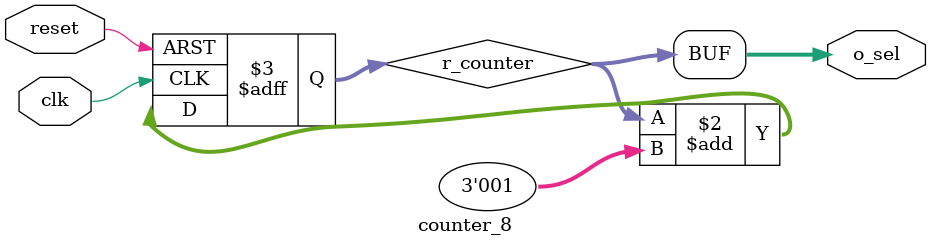
<source format=v>
module counter_8(
    input clk,
    input reset,
    output [2:0] o_sel
    );

    reg [2:0] r_counter;

    always @(posedge clk, posedge reset) begin
        if(reset)
        begin
            r_counter <= 3'b000;
        end

        else
        begin
            r_counter <= r_counter + 3'b001;
        end
    end

    assign o_sel = r_counter;

endmodule

</source>
